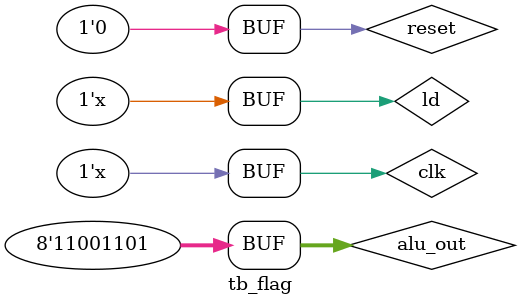
<source format=v>
module tb_flag;
	//Inputs
	reg ld;
	reg clk;
	reg reset;
	reg [7:0] alu_out;
	
	//Outputs
	wire flag;
	
	//UUT
	flag U1 (
		.ld(ld),
		.clk(clk),
		.alu_out(alu_out),
		.reset(reset),
		.flag(flag)
	);
	
	
	initial begin 
		//Initialize 
		clk = 0;
		ld = 0;
		alu_out = 0; 
		reset = 1;
		
		#5 reset = 0;
			
		//Simulation 
		#10 alu_out = 8'b0000_1101;
		#10 alu_out = 8'b0000_0000;
		#10 alu_out = 8'b1000_0011;
		#10 alu_out = 8'b1100_0100;
		#10 alu_out = 8'b0000_0000;
		#10 alu_out = 8'b1001_0000;
		#10 alu_out = 8'b1100_1101;
			  
	end
	
	always begin
		#2 clk = ~clk;
	end
	
	always begin
		#15 ld = ~ld;
	end
	
	
endmodule 
	
</source>
